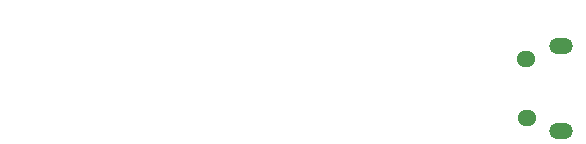
<source format=gbs>
G04 Layer_Color=16711935*
%FSLAX25Y25*%
%MOIN*%
G70*
G01*
G75*
%ADD141O,0.06306X0.05321*%
%ADD142O,0.07880X0.05223*%
%ADD143C,0.00598*%
D141*
X262383Y104431D02*
D03*
X262186Y124116D02*
D03*
D142*
X273800Y100100D02*
D03*
X273798Y128446D02*
D03*
D143*
X91813Y142487D02*
D03*
X96538D02*
D03*
X101262D02*
D03*
X105987D02*
D03*
X91813Y137762D02*
D03*
X96538D02*
D03*
X101262D02*
D03*
X105987D02*
D03*
X91813Y133038D02*
D03*
X96538D02*
D03*
X101262D02*
D03*
X105987D02*
D03*
X91813Y128313D02*
D03*
X96538D02*
D03*
X101262D02*
D03*
X105987D02*
D03*
X190263Y101300D02*
D03*
X198137D02*
D03*
X194200Y97363D02*
D03*
Y105237D02*
D03*
Y101300D02*
D03*
M02*

</source>
